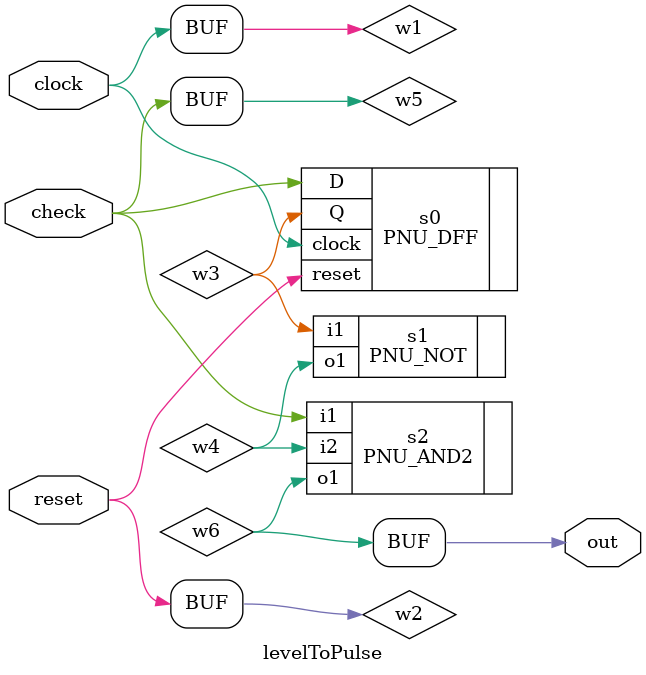
<source format=v>
module levelToPulse(check,clock,reset,out);

input check;
input clock;
input reset;
output out;

wire  w1;
wire  w2;
wire  w3;
wire  w4;
wire  w5;
wire  w6;

assign w5 = check;
assign w1 = clock;
assign w2 = reset;
assign out = w6;

PNU_DFF
     s0 (
      .clock(w1),
      .reset(w2),
      .Q(w3),
      .D(w5));

PNU_NOT
     s1 (
      .i1(w3),
      .o1(w4));

PNU_AND2
     s2 (
      .i2(w4),
      .i1(w5),
      .o1(w6));

endmodule


</source>
